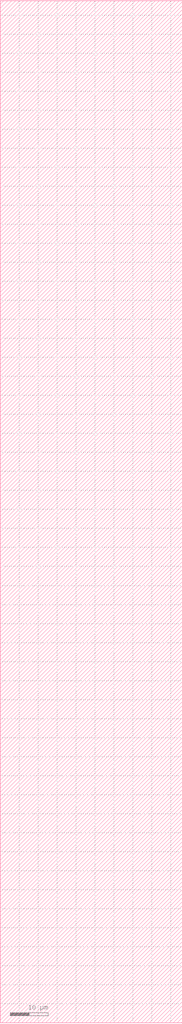
<source format=lef>
# 
# ******************************************************************************
# *                                                                            *
# *                   Copyright (C) 2004-2014, Nangate Inc.                    *
# *                           All rights reserved.                             *
# *                                                                            *
# * Nangate and the Nangate logo are trademarks of Nangate Inc.                *
# *                                                                            *
# * All trademarks, logos, software marks, and trade names (collectively the   *
# * "Marks") in this program are proprietary to Nangate or other respective    *
# * owners that have granted Nangate the right and license to use such Marks.  *
# * You are not permitted to use the Marks without the prior written consent   *
# * of Nangate or such third party that may own the Marks.                     *
# *                                                                            *
# * This file has been provided pursuant to a License Agreement containing     *
# * restrictions on its use. This file contains valuable trade secrets and     *
# * proprietary information of Nangate Inc., and is protected by U.S. and      *
# * international laws and/or treaties.                                        *
# *                                                                            *
# * The copyright notice(s) in this file does not indicate actual or intended  *
# * publication of this file.                                                  *
# *                                                                            *
# *       NGLibraryCreator, Development_version_64 - build 201405300513        *
# *                                                                            *
# ******************************************************************************
# 
# 
# Running on us19.nangate.us for user Lucio Rech (lre).
# Local time is now Tue, 3 Jun 2014, 13:07:07.
# Main process id is 12480.

VERSION 5.6 ;
BUSBITCHARS "[]" ;
DIVIDERCHAR "/" ;

MACRO AND2_X1
  CLASS core ;
  FOREIGN AND2_X1 0.0 0.0 ;
  ORIGIN 0 0 ;
  SYMMETRY X Y ;
  SITE NanGate_15nm_OCL ;
  SIZE 0.384 BY 0.768 ;
  PIN A1
    DIRECTION INPUT ;
    PORT
      LAYER M1 ;
        RECT 0.178 0.256 0.206 0.6959 ;
    END
  END A1
  PIN A2
    DIRECTION INPUT ;
    PORT
      LAYER M1 ;
        RECT 0.05 0.127 0.078 0.525 ;
    END
  END A2
  PIN Z
    DIRECTION OUTPUT ;
    PORT
      LAYER M1 ;
        RECT 0.306 0.114 0.334 0.64 ;
    END
  END Z
  
  
END AND2_X1

MACRO AND2_X2
  CLASS core ;
  FOREIGN AND2_X2 0.0 0.0 ;
  ORIGIN 0 0 ;
  SYMMETRY X Y ;
  SITE NanGate_15nm_OCL ;
  SIZE 0.448 BY 0.768 ;
  PIN A1
    DIRECTION INPUT ;
    PORT
      LAYER M1 ;
        RECT 0.178 0.256 0.206 0.512 ;
    END
  END A1
  PIN A2
    DIRECTION INPUT ;
    PORT
      LAYER M1 ;
        RECT 0.045 0.248 0.083 0.52 ;
    END
  END A2
  PIN Z
    DIRECTION OUTPUT ;
    PORT
      LAYER M1 ;
        RECT 0.302 0.064 0.306 0.13 ;
        RECT 0.302 0.638 0.306 0.704 ;
        RECT 0.306 0.064 0.334 0.13 ;
        RECT 0.306 0.13 0.334 0.638 ;
        RECT 0.306 0.638 0.334 0.704 ;
    END
  END Z
  
  
END AND2_X2

MACRO AND3_X1
  CLASS core ;
  FOREIGN AND3_X1 0.0 0.0 ;
  ORIGIN 0 0 ;
  SYMMETRY X Y ;
  SITE NanGate_15nm_OCL ;
  SIZE 0.512 BY 0.768 ;
  PIN A1
    DIRECTION INPUT ;
    PORT
      LAYER M1 ;
        RECT 0.306 0.192 0.334 0.576 ;
    END
  END A1
  PIN A2
    DIRECTION INPUT ;
    PORT
      LAYER M1 ;
        RECT 0.1729 0.192 0.211 0.576 ;
    END
  END A2
  PIN A3
    DIRECTION INPUT ;
    PORT
      LAYER M1 ;
        RECT 0.048 0.192 0.08 0.576 ;
    END
  END A3
  PIN Z
    DIRECTION OUTPUT ;
    PORT
      LAYER M1 ;
        RECT 0.434 0.114 0.462 0.654 ;
    END
  END Z
  
  
END AND3_X1

MACRO AND3_X2
  CLASS core ;
  FOREIGN AND3_X2 0.0 0.0 ;
  ORIGIN 0 0 ;
  SYMMETRY X Y ;
  SITE NanGate_15nm_OCL ;
  SIZE 0.512 BY 0.768 ;
  PIN A1
    DIRECTION INPUT ;
    PORT
      LAYER M1 ;
        RECT 0.178 0.32 0.206 0.513 ;
    END
  END A1
  PIN A2
    DIRECTION INPUT ;
    PORT
      LAYER M1 ;
        RECT 0.045 0.256 0.083 0.512 ;
    END
  END A2
  PIN A3
    DIRECTION INPUT ;
    PORT
      LAYER M1 ;
        RECT 0.242 0.302 0.27 0.537 ;
    END
  END A3
  PIN Z
    DIRECTION OUTPUT ;
    PORT
      LAYER M1 ;
        RECT 0.366 0.064 0.37 0.157 ;
        RECT 0.366 0.638 0.37 0.704 ;
        RECT 0.37 0.064 0.398 0.157 ;
        RECT 0.37 0.157 0.398 0.638 ;
        RECT 0.37 0.638 0.398 0.704 ;
    END
  END Z
  
  
END AND3_X2

MACRO AND4_X1
  CLASS core ;
  FOREIGN AND4_X1 0.0 0.0 ;
  ORIGIN 0 0 ;
  SYMMETRY X Y ;
  SITE NanGate_15nm_OCL ;
  SIZE 0.576 BY 0.768 ;
  PIN A1
    DIRECTION INPUT ;
    PORT
      LAYER M1 ;
        RECT 0.37 0.192 0.398 0.576 ;
    END
  END A1
  PIN A2
    DIRECTION INPUT ;
    PORT
      LAYER M1 ;
        RECT 0.24 0.192 0.272 0.576 ;
    END
  END A2
  PIN A3
    DIRECTION INPUT ;
    PORT
      LAYER M1 ;
        RECT 0.114 0.192 0.1419 0.512 ;
    END
  END A3
  PIN A4
    DIRECTION INPUT ;
    PORT
      LAYER M1 ;
        RECT 0.05 0.192 0.078 0.576 ;
    END
  END A4
  PIN Z
    DIRECTION OUTPUT ;
    PORT
      LAYER M1 ;
        RECT 0.498 0.114 0.526 0.654 ;
    END
  END Z
  
  
END AND4_X1

MACRO AND4_X2
  CLASS core ;
  FOREIGN AND4_X2 0.0 0.0 ;
  ORIGIN 0 0 ;
  SYMMETRY X Y ;
  SITE NanGate_15nm_OCL ;
  SIZE 0.64 BY 0.768 ;
  PIN A1
    DIRECTION INPUT ;
    PORT
      LAYER M1 ;
        RECT 0.37 0.241 0.398 0.576 ;
    END
  END A1
  PIN A2
    DIRECTION INPUT ;
    PORT
      LAYER M1 ;
        RECT 0.242 0.192 0.27 0.577 ;
    END
  END A2
  PIN A3
    DIRECTION INPUT ;
    PORT
      LAYER M1 ;
        RECT 0.114 0.192 0.1419 0.577 ;
    END
  END A3
  PIN A4
    DIRECTION INPUT ;
    PORT
      LAYER M1 ;
        RECT 0.05 0.192 0.078 0.577 ;
    END
  END A4
  PIN Z
    DIRECTION OUTPUT ;
    PORT
      LAYER M1 ;
        RECT 0.498 0.096 0.526 0.64 ;
    END
  END Z
  
  
END AND4_X2

MACRO ANTENNA
  CLASS core ;
  FOREIGN ANTENNA 0.0 0.0 ;
  ORIGIN 0 0 ;
  SYMMETRY X Y ;
  SITE NanGate_15nm_OCL ;
  SIZE 0.192 BY 0.768 ;
END ANTENNA

MACRO AOI21_X1
  CLASS core ;
  FOREIGN AOI21_X1 0.0 0.0 ;
  ORIGIN 0 0 ;
  SYMMETRY X Y ;
  SITE NanGate_15nm_OCL ;
  SIZE 0.384 BY 0.768 ;
  PIN A1
    DIRECTION INPUT ;
    PORT
      LAYER M1 ;
        RECT 0.178 0.192 0.206 0.512 ;
    END
  END A1
  PIN A2
    DIRECTION INPUT ;
    PORT
      LAYER M1 ;
        RECT 0.05 0.134 0.078 0.512 ;
    END
  END A2
  PIN B
    DIRECTION INPUT ;
    PORT
      LAYER M1 ;
        RECT 0.306 0.192 0.334 0.512 ;
    END
  END B
  PIN ZN
    DIRECTION OUTPUT ;
    PORT
      LAYER M1 ;
        RECT 0.114 0.1 0.1419 0.132 ;
        RECT 0.114 0.132 0.1419 0.536 ;
        RECT 0.1419 0.1 0.306 0.132 ;
    END
  END ZN
  
  
END AOI21_X1

MACRO AOI21_X2
  CLASS core ;
  FOREIGN AOI21_X2 0.0 0.0 ;
  ORIGIN 0 0 ;
  SYMMETRY X Y ;
  SITE NanGate_15nm_OCL ;
  SIZE 0.576 BY 0.768 ;
  PIN A1
    DIRECTION INPUT ;
    PORT
      LAYER M1 ;
        RECT 0.37 0.302 0.398 0.448 ;
    END
  END A1
  PIN A2
    DIRECTION INPUT ;
    PORT
      LAYER M1 ;
        RECT 0.242 0.23 0.27 0.258 ;
        RECT 0.242 0.258 0.27 0.448 ;
        RECT 0.242 0.448 0.27 0.512 ;
        RECT 0.27 0.23 0.493 0.258 ;
        RECT 0.493 0.23 0.531 0.258 ;
        RECT 0.493 0.258 0.531 0.448 ;
    END
  END A2
  PIN B
    DIRECTION INPUT ;
    PORT
      LAYER M1 ;
        RECT 0.114 0.256 0.1419 0.448 ;
    END
  END B
  PIN ZN
    DIRECTION OUTPUT ;
    PORT
      LAYER M1 ;
        RECT 0.077 0.166 0.178 0.194 ;
        RECT 0.178 0.166 0.206 0.194 ;
        RECT 0.178 0.194 0.206 0.489 ;
        RECT 0.178 0.489 0.206 0.5709 ;
        RECT 0.178 0.5709 0.206 0.599 ;
        RECT 0.206 0.166 0.43 0.194 ;
        RECT 0.206 0.5709 0.43 0.599 ;
        RECT 0.43 0.5709 0.434 0.599 ;
        RECT 0.434 0.489 0.462 0.5709 ;
        RECT 0.434 0.5709 0.462 0.599 ;
    END
  END ZN
  
  
END AOI21_X2

MACRO AOI22_X1
  CLASS core ;
  FOREIGN AOI22_X1 0.0 0.0 ;
  ORIGIN 0 0 ;
  SYMMETRY X Y ;
  SITE NanGate_15nm_OCL ;
  SIZE 0.448 BY 0.768 ;
  PIN A1
    DIRECTION INPUT ;
    PORT
      LAYER M1 ;
        RECT 0.242 0.192 0.27 0.512 ;
    END
  END A1
  PIN A2
    DIRECTION INPUT ;
    PORT
      LAYER M1 ;
        RECT 0.37 0.192 0.398 0.485 ;
    END
  END A2
  PIN B1
    DIRECTION INPUT ;
    PORT
      LAYER M1 ;
        RECT 0.114 0.198 0.1419 0.576 ;
    END
  END B1
  PIN B2
    DIRECTION INPUT ;
    PORT
      LAYER M1 ;
        RECT 0.05 0.192 0.078 0.576 ;
    END
  END B2
  PIN ZN
    DIRECTION OUTPUT ;
    PORT
      LAYER M1 ;
        RECT 0.1409 0.1019 0.306 0.13 ;
        RECT 0.306 0.1019 0.334 0.13 ;
        RECT 0.306 0.13 0.334 0.582 ;
    END
  END ZN
  
  
END AOI22_X1

MACRO AOI22_X2
  CLASS core ;
  FOREIGN AOI22_X2 0.0 0.0 ;
  ORIGIN 0 0 ;
  SYMMETRY X Y ;
  SITE NanGate_15nm_OCL ;
  SIZE 0.768 BY 0.768 ;
  PIN A1
    DIRECTION INPUT ;
    PORT
      LAYER M1 ;
        RECT 0.434 0.274 0.462 0.302 ;
        RECT 0.434 0.302 0.462 0.489 ;
        RECT 0.434 0.489 0.462 0.512 ;
        RECT 0.462 0.274 0.654 0.302 ;
        RECT 0.654 0.274 0.6899 0.302 ;
        RECT 0.6899 0.274 0.718 0.302 ;
        RECT 0.6899 0.302 0.718 0.489 ;
    END
  END A1
  PIN A2
    DIRECTION INPUT ;
    PORT
      LAYER M1 ;
        RECT 0.562 0.37 0.59 0.512 ;
    END
  END A2
  PIN B1
    DIRECTION INPUT ;
    PORT
      LAYER M1 ;
        RECT 0.306 0.306 0.334 0.526 ;
    END
  END B1
  PIN B2
    DIRECTION INPUT ;
    PORT
      LAYER M1 ;
        RECT 0.05 0.242 0.078 0.512 ;
    END
  END B2
  PIN ZN
    DIRECTION OUTPUT ;
    PORT
      LAYER M1 ;
        RECT 0.242 0.2 0.27 0.228 ;
        RECT 0.242 0.228 0.27 0.229 ;
        RECT 0.242 0.229 0.27 0.32 ;
        RECT 0.27 0.2 0.362 0.228 ;
        RECT 0.362 0.2 0.37 0.228 ;
        RECT 0.37 0.2 0.398 0.228 ;
        RECT 0.37 0.228 0.398 0.229 ;
        RECT 0.37 0.229 0.398 0.32 ;
        RECT 0.37 0.32 0.398 0.463 ;
        RECT 0.37 0.463 0.398 0.5679 ;
        RECT 0.37 0.5679 0.398 0.602 ;
        RECT 0.398 0.2 0.626 0.228 ;
        RECT 0.398 0.228 0.626 0.229 ;
        RECT 0.398 0.5679 0.626 0.602 ;
        RECT 0.626 0.2 0.654 0.228 ;
        RECT 0.626 0.228 0.654 0.229 ;
        RECT 0.626 0.463 0.654 0.5679 ;
        RECT 0.626 0.5679 0.654 0.602 ;
        RECT 0.654 0.2 0.6899 0.228 ;
        RECT 0.654 0.228 0.6899 0.229 ;
        RECT 0.6899 0.096 0.718 0.2 ;
        RECT 0.6899 0.2 0.718 0.228 ;
        RECT 0.6899 0.228 0.718 0.229 ;
    END
  END ZN
  
  
END AOI22_X2

MACRO BUF_X1
  CLASS core ;
  FOREIGN BUF_X1 0.0 0.0 ;
  ORIGIN 0 0 ;
  SYMMETRY X Y ;
  SITE NanGate_15nm_OCL ;
  SIZE 0.32 BY 0.768 ;
  PIN I
    DIRECTION INPUT ;
    PORT
      LAYER M1 ;
        RECT 0.05 0.192 0.078 0.576 ;
    END
  END I
  PIN Z
    DIRECTION OUTPUT ;
    PORT
      LAYER M1 ;
        RECT 0.24 0.114 0.272 0.704 ;
    END
  END Z
  
  
END BUF_X1

MACRO BUF_X2
  CLASS core ;
  FOREIGN BUF_X2 0.0 0.0 ;
  ORIGIN 0 0 ;
  SYMMETRY X Y ;
  SITE NanGate_15nm_OCL ;
  SIZE 0.32 BY 0.768 ;
  PIN I
    DIRECTION INPUT ;
    PORT
      LAYER M1 ;
        RECT 0.05 0.267 0.078 0.512 ;
    END
  END I
  PIN Z
    DIRECTION OUTPUT ;
    PORT
      LAYER M1 ;
        RECT 0.1739 0.603 0.177 0.704 ;
        RECT 0.177 0.072 0.178 0.132 ;
        RECT 0.177 0.603 0.178 0.704 ;
        RECT 0.178 0.072 0.206 0.132 ;
        RECT 0.178 0.132 0.206 0.603 ;
        RECT 0.178 0.603 0.206 0.704 ;
    END
  END Z
  
  
END BUF_X2

MACRO BUF_X4
  CLASS core ;
  FOREIGN BUF_X4 0.0 0.0 ;
  ORIGIN 0 0 ;
  SYMMETRY X Y ;
  SITE NanGate_15nm_OCL ;
  SIZE 0.512 BY 0.768 ;
  PIN I
    DIRECTION INPUT ;
    PORT
      LAYER M1 ;
        RECT 0.178 0.242 0.206 0.526 ;
    END
  END I
  PIN Z
    DIRECTION OUTPUT ;
    PORT
      LAYER M1 ;
        RECT 0.145 0.1019 0.21 0.13 ;
        RECT 0.21 0.1019 0.27 0.13 ;
        RECT 0.21 0.638 0.27 0.666 ;
        RECT 0.27 0.1019 0.368 0.13 ;
        RECT 0.27 0.638 0.368 0.666 ;
        RECT 0.368 0.1019 0.4 0.13 ;
        RECT 0.368 0.13 0.4 0.638 ;
        RECT 0.368 0.638 0.4 0.666 ;
    END
  END Z
  
  
END BUF_X4

MACRO BUF_X8
  CLASS core ;
  FOREIGN BUF_X8 0.0 0.0 ;
  ORIGIN 0 0 ;
  SYMMETRY X Y ;
  SITE NanGate_15nm_OCL ;
  SIZE 0.896 BY 0.768 ;
  PIN I
    DIRECTION INPUT ;
    PORT
      LAYER M1 ;
        RECT 0.05 0.256 0.078 0.366 ;
        RECT 0.05 0.366 0.078 0.398 ;
        RECT 0.05 0.398 0.078 0.512 ;
        RECT 0.078 0.366 0.298 0.398 ;
    END
  END I
  PIN Z
    DIRECTION OUTPUT ;
    PORT
      LAYER M1 ;
        RECT 0.338 0.1019 0.7 0.13 ;
        RECT 0.338 0.638 0.7 0.666 ;
        RECT 0.7 0.1019 0.754 0.13 ;
        RECT 0.7 0.638 0.754 0.666 ;
        RECT 0.754 0.1019 0.782 0.13 ;
        RECT 0.754 0.13 0.782 0.638 ;
        RECT 0.754 0.638 0.782 0.666 ;
    END
  END Z
  
  
END BUF_X8

MACRO BUF_X12
  CLASS core ;
  FOREIGN BUF_X12 0.0 0.0 ;
  ORIGIN 0 0 ;
  SYMMETRY X Y ;
  SITE NanGate_15nm_OCL ;
  SIZE 1.28 BY 0.768 ;
  PIN I
    DIRECTION INPUT ;
    PORT
      LAYER M1 ;
        RECT 0.048 0.236 0.08 0.366 ;
        RECT 0.048 0.366 0.08 0.398 ;
        RECT 0.048 0.398 0.08 0.515 ;
        RECT 0.08 0.366 0.426 0.398 ;
    END
  END I
  PIN Z
    DIRECTION OUTPUT ;
    PORT
      LAYER M1 ;
        RECT 0.466 0.1019 1.07 0.13 ;
        RECT 0.466 0.638 1.07 0.666 ;
        RECT 1.07 0.1019 1.1359 0.13 ;
        RECT 1.07 0.638 1.1359 0.666 ;
        RECT 1.1359 0.1019 1.168 0.13 ;
        RECT 1.1359 0.13 1.168 0.638 ;
        RECT 1.1359 0.638 1.168 0.666 ;
    END
  END Z
  
  
END BUF_X12

MACRO BUF_X16
  CLASS core ;
  FOREIGN BUF_X16 0.0 0.0 ;
  ORIGIN 0 0 ;
  SYMMETRY X Y ;
  SITE NanGate_15nm_OCL ;
  SIZE 1.664 BY 0.768 ;
  PIN I
    DIRECTION INPUT ;
    PORT
      LAYER M1 ;
        RECT 0.05 0.232 0.078 0.355 ;
        RECT 0.05 0.355 0.078 0.413 ;
        RECT 0.05 0.413 0.078 0.512 ;
        RECT 0.078 0.355 0.554 0.413 ;
    END
  END I
  PIN Z
    DIRECTION OUTPUT ;
    PORT
      LAYER M1 ;
        RECT 0.594 0.1019 1.454 0.13 ;
        RECT 0.594 0.632 1.454 0.66 ;
        RECT 1.454 0.1019 1.52 0.13 ;
        RECT 1.454 0.632 1.52 0.66 ;
        RECT 1.52 0.1019 1.552 0.13 ;
        RECT 1.52 0.13 1.552 0.632 ;
        RECT 1.52 0.632 1.552 0.66 ;
    END
  END Z
  
  
END BUF_X16

MACRO CLKBUF_X1
  CLASS core ;
  FOREIGN CLKBUF_X1 0.0 0.0 ;
  ORIGIN 0 0 ;
  SYMMETRY X Y ;
  SITE NanGate_15nm_OCL ;
  SIZE 0.32 BY 0.768 ;
  PIN I
    DIRECTION INPUT ;
    PORT
      LAYER M1 ;
        RECT 0.05 0.192 0.078 0.576 ;
    END
  END I
  PIN Z
    DIRECTION OUTPUT ;
    PORT
      LAYER M1 ;
        RECT 0.24 0.114 0.272 0.704 ;
    END
  END Z
  
  
END CLKBUF_X1

MACRO CLKBUF_X2
  CLASS core ;
  FOREIGN CLKBUF_X2 0.0 0.0 ;
  ORIGIN 0 0 ;
  SYMMETRY X Y ;
  SITE NanGate_15nm_OCL ;
  SIZE 0.32 BY 0.768 ;
  PIN I
    DIRECTION INPUT ;
    PORT
      LAYER M1 ;
        RECT 0.05 0.296 0.078 0.512 ;
    END
  END I
  PIN Z
    DIRECTION OUTPUT ;
    PORT
      LAYER M1 ;
        RECT 0.1739 0.638 0.178 0.704 ;
        RECT 0.178 0.072 0.206 0.638 ;
        RECT 0.178 0.638 0.206 0.704 ;
    END
  END Z
  
  
END CLKBUF_X2

MACRO CLKBUF_X4
  CLASS core ;
  FOREIGN CLKBUF_X4 0.0 0.0 ;
  ORIGIN 0 0 ;
  SYMMETRY X Y ;
  SITE NanGate_15nm_OCL ;
  SIZE 0.512 BY 0.768 ;
  PIN I
    DIRECTION INPUT ;
    PORT
      LAYER M1 ;
        RECT 0.114 0.242 0.1419 0.526 ;
    END
  END I
  PIN Z
    DIRECTION OUTPUT ;
    PORT
      LAYER M1 ;
        RECT 0.145 0.1019 0.205 0.13 ;
        RECT 0.205 0.1019 0.206 0.13 ;
        RECT 0.205 0.638 0.206 0.666 ;
        RECT 0.206 0.1019 0.368 0.13 ;
        RECT 0.206 0.638 0.368 0.666 ;
        RECT 0.368 0.1019 0.4 0.13 ;
        RECT 0.368 0.13 0.4 0.638 ;
        RECT 0.368 0.638 0.4 0.666 ;
    END
  END Z
  
  
END CLKBUF_X4

MACRO CLKBUF_X8
  CLASS core ;
  FOREIGN CLKBUF_X8 0.0 0.0 ;
  ORIGIN 0 0 ;
  SYMMETRY X Y ;
  SITE NanGate_15nm_OCL ;
  SIZE 0.896 BY 0.768 ;
  PIN I
    DIRECTION INPUT ;
    PORT
      LAYER M1 ;
        RECT 0.05 0.256 0.078 0.328 ;
        RECT 0.05 0.328 0.078 0.356 ;
        RECT 0.05 0.356 0.078 0.512 ;
        RECT 0.078 0.256 0.079 0.328 ;
        RECT 0.078 0.328 0.079 0.356 ;
        RECT 0.079 0.328 0.318 0.356 ;
    END
  END I
  PIN Z
    DIRECTION OUTPUT ;
    PORT
      LAYER M1 ;
        RECT 0.338 0.1019 0.718 0.13 ;
        RECT 0.338 0.638 0.718 0.666 ;
        RECT 0.718 0.1019 0.754 0.13 ;
        RECT 0.718 0.638 0.754 0.666 ;
        RECT 0.754 0.1019 0.782 0.13 ;
        RECT 0.754 0.13 0.782 0.638 ;
        RECT 0.754 0.638 0.782 0.666 ;
    END
  END Z
  
  
END CLKBUF_X8

MACRO CLKBUF_X12
  CLASS core ;
  FOREIGN CLKBUF_X12 0.0 0.0 ;
  ORIGIN 0 0 ;
  SYMMETRY X Y ;
  SITE NanGate_15nm_OCL ;
  SIZE 1.28 BY 0.768 ;
  PIN I
    DIRECTION INPUT ;
    PORT
      LAYER M1 ;
        RECT 0.045 0.238 0.083 0.336 ;
        RECT 0.045 0.336 0.083 0.368 ;
        RECT 0.045 0.368 0.083 0.53 ;
        RECT 0.083 0.336 0.426 0.368 ;
    END
  END I
  PIN Z
    DIRECTION OUTPUT ;
    PORT
      LAYER M1 ;
        RECT 0.466 0.1019 0.998 0.13 ;
        RECT 0.466 0.638 0.998 0.666 ;
        RECT 0.998 0.1019 1.1359 0.13 ;
        RECT 0.998 0.638 1.1359 0.666 ;
        RECT 1.1359 0.1019 1.168 0.13 ;
        RECT 1.1359 0.13 1.168 0.638 ;
        RECT 1.1359 0.638 1.168 0.666 ;
    END
  END Z
  
  
END CLKBUF_X12

MACRO CLKBUF_X16
  CLASS core ;
  FOREIGN CLKBUF_X16 0.0 0.0 ;
  ORIGIN 0 0 ;
  SYMMETRY X Y ;
  SITE NanGate_15nm_OCL ;
  SIZE 1.664 BY 0.768 ;
  PIN I
    DIRECTION INPUT ;
    PORT
      LAYER M1 ;
        RECT 0.05 0.222 0.078 0.326 ;
        RECT 0.05 0.326 0.078 0.358 ;
        RECT 0.05 0.358 0.078 0.526 ;
        RECT 0.078 0.326 0.554 0.358 ;
    END
  END I
  PIN Z
    DIRECTION OUTPUT ;
    PORT
      LAYER M1 ;
        RECT 0.594 0.0869 1.454 0.145 ;
        RECT 0.594 0.623 1.454 0.681 ;
        RECT 1.454 0.0869 1.52 0.145 ;
        RECT 1.454 0.623 1.52 0.681 ;
        RECT 1.52 0.0869 1.552 0.145 ;
        RECT 1.52 0.145 1.552 0.623 ;
        RECT 1.52 0.623 1.552 0.681 ;
    END
  END Z
  
  
END CLKBUF_X16

MACRO CLKGATETST_X1
  CLASS core ;
  FOREIGN CLKGATETST_X1 0.0 0.0 ;
  ORIGIN 0 0 ;
  SYMMETRY X Y ;
  SITE NanGate_15nm_OCL ;
  SIZE 1.088 BY 0.768 ;
  PIN CLK
    DIRECTION INPUT ;
    USE clock ;
    PORT
      LAYER M1 ;
        RECT 0.6899 0.238 0.718 0.512 ;
    END
  END CLK
  PIN E
    DIRECTION INPUT ;
    PORT
      LAYER M1 ;
        RECT 0.114 0.256 0.1419 0.672 ;
    END
  END E
  PIN TE
    DIRECTION INPUT ;
    PORT
      LAYER M1 ;
        RECT 0.05 0.32 0.078 0.672 ;
    END
  END TE
  PIN Q
    DIRECTION OUTPUT ;
    PORT
      LAYER M1 ;
        RECT 1.01 0.096 1.038 0.654 ;
    END
  END Q
  
  
END CLKGATETST_X1

MACRO DFFRNQ_X1
  CLASS core ;
  FOREIGN DFFRNQ_X1 0.0 0.0 ;
  ORIGIN 0 0 ;
  SYMMETRY X Y ;
  SITE NanGate_15nm_OCL ;
  SIZE 1.664 BY 0.768 ;
  PIN D
    DIRECTION INPUT ;
    PORT
      LAYER M1 ;
        RECT 0.242 0.242 0.27 0.526 ;
    END
  END D
  PIN RN
    DIRECTION INPUT ;
    PORT
      LAYER MINT1 ;
        RECT 0.704 0.274 1.1339 0.302 ;
        RECT 1.1339 0.274 1.326 0.302 ;
    END
  END RN
  PIN CLK
    DIRECTION INPUT ;
    USE clock ;
    PORT
      LAYER M1 ;
        RECT 0.05 0.256 0.078 0.512 ;
    END
  END CLK
  PIN Q
    DIRECTION OUTPUT ;
    PORT
      LAYER M1 ;
        RECT 1.584 0.064 1.616 0.704 ;
    END
  END Q
  
  
END DFFRNQ_X1

MACRO DFFSNQ_X1
  CLASS core ;
  FOREIGN DFFSNQ_X1 0.0 0.0 ;
  ORIGIN 0 0 ;
  SYMMETRY X Y ;
  SITE NanGate_15nm_OCL ;
  SIZE 1.664 BY 0.768 ;
  PIN D
    DIRECTION INPUT ;
    PORT
      LAYER M1 ;
        RECT 0.242 0.242 0.27 0.526 ;
    END
  END D
  PIN SN
    DIRECTION INPUT ;
    PORT
      LAYER MINT1 ;
        RECT 0.722 0.274 1.1339 0.302 ;
        RECT 1.1339 0.274 1.326 0.302 ;
    END
  END SN
  PIN CLK
    DIRECTION INPUT ;
    USE clock ;
    PORT
      LAYER M1 ;
        RECT 0.05 0.256 0.078 0.512 ;
    END
  END CLK
  PIN Q
    DIRECTION OUTPUT ;
    PORT
      LAYER M1 ;
        RECT 1.584 0.064 1.616 0.704 ;
    END
  END Q
  
  
END DFFSNQ_X1

MACRO FA_X1
  CLASS core ;
  FOREIGN FA_X1 0.0 0.0 ;
  ORIGIN 0 0 ;
  SYMMETRY X Y ;
  SITE NanGate_15nm_OCL ;
  SIZE 1.536 BY 0.768 ;
  PIN A
    DIRECTION INPUT ;
    PORT
      LAYER M1 ;
        RECT 0.656 0.402 0.684 0.526 ;
        RECT 1.038 0.274 1.074 0.526 ;
    END
  END A
  PIN B
    DIRECTION INPUT ;
    PORT
      LAYER MINT1 ;
        RECT 0.274 0.274 0.789 0.302 ;
    END
  END B
  PIN CI
    DIRECTION INPUT ;
    PORT
      LAYER M1 ;
        RECT 0.178 0.194 0.206 0.59 ;
        RECT 0.58 0.194 0.608 0.366 ;
        RECT 1.202 0.178 1.23 0.366 ;
    END
  END CI
  PIN CO
    DIRECTION OUTPUT ;
    PORT
      LAYER M1 ;
        RECT 1.458 0.114 1.486 0.654 ;
    END
  END CO
  PIN S
    DIRECTION OUTPUT ;
    PORT
      LAYER M1 ;
        RECT 0.8179 0.207 0.846 0.64 ;
    END
  END S
  
  
END FA_X1

MACRO FILLTIE
  CLASS core ;
  FOREIGN FILLTIE 0.0 0.0 ;
  ORIGIN 0 0 ;
  SYMMETRY X Y ;
  SITE NanGate_15nm_OCL ;
  SIZE 0.578 BY 0.768 ;
  
END FILLTIE

MACRO FILL_X1
  CLASS core ;
  FOREIGN FILL_X1 0.0 0.0 ;
  ORIGIN 0 0 ;
  SYMMETRY X Y ;
  SITE NanGate_15nm_OCL ;
  SIZE 0.128 BY 0.768 ;
  
END FILL_X1

MACRO FILL_X2
  CLASS core ;
  FOREIGN FILL_X2 0.0 0.0 ;
  ORIGIN 0 0 ;
  SYMMETRY X Y ;
  SITE NanGate_15nm_OCL ;
  SIZE 0.192 BY 0.768 ;
  
END FILL_X2

MACRO FILL_X4
  CLASS core ;
  FOREIGN FILL_X4 0.0 0.0 ;
  ORIGIN 0 0 ;
  SYMMETRY X Y ;
  SITE NanGate_15nm_OCL ;
  SIZE 0.32 BY 0.768 ;
  
END FILL_X4

MACRO FILL_X8
  CLASS core ;
  FOREIGN FILL_X8 0.0 0.0 ;
  ORIGIN 0 0 ;
  SYMMETRY X Y ;
  SITE NanGate_15nm_OCL ;
  SIZE 0.576 BY 0.768 ;
  
END FILL_X8

MACRO FILL_X16
  CLASS core ;
  FOREIGN FILL_X16 0.0 0.0 ;
  ORIGIN 0 0 ;
  SYMMETRY X Y ;
  SITE NanGate_15nm_OCL ;
  SIZE 1.088 BY 0.768 ;
  
END FILL_X16

MACRO HA_X1
  CLASS core ;
  FOREIGN HA_X1 0.0 0.0 ;
  ORIGIN 0 0 ;
  SYMMETRY X Y ;
  SITE NanGate_15nm_OCL ;
  SIZE 0.832 BY 0.768 ;
  PIN A
    DIRECTION INPUT ;
    PORT
      LAYER M1 ;
        RECT 0.242 0.274 0.27 0.556 ;
        RECT 0.242 0.556 0.27 0.584 ;
        RECT 0.27 0.556 0.434 0.584 ;
        RECT 0.434 0.274 0.462 0.556 ;
        RECT 0.434 0.556 0.462 0.584 ;
    END
  END A
  PIN B
    DIRECTION INPUT ;
    PORT
      LAYER M1 ;
        RECT 0.306 0.256 0.334 0.512 ;
    END
  END B
  PIN CO
    DIRECTION OUTPUT ;
    PORT
      LAYER M1 ;
        RECT 0.05 0.082 0.078 0.638 ;
    END
  END CO
  PIN S
    DIRECTION OUTPUT ;
    PORT
      LAYER M1 ;
        RECT 0.754 0.18 0.782 0.638 ;
    END
  END S
  
  
END HA_X1

MACRO INV_X1
  CLASS core ;
  FOREIGN INV_X1 0.0 0.0 ;
  ORIGIN 0 0 ;
  SYMMETRY X Y ;
  SITE NanGate_15nm_OCL ;
  SIZE 0.192 BY 0.768 ;
  PIN I
    DIRECTION INPUT ;
    PORT
      LAYER M1 ;
        RECT 0.05 0.192 0.078 0.576 ;
    END
  END I
  PIN ZN
    DIRECTION OUTPUT ;
    PORT
      LAYER M1 ;
        RECT 0.114 0.114 0.1419 0.64 ;
    END
  END ZN
  
END INV_X1

MACRO INV_X2
  CLASS core ;
  FOREIGN INV_X2 0.0 0.0 ;
  ORIGIN 0 0 ;
  SYMMETRY X Y ;
  SITE NanGate_15nm_OCL ;
  SIZE 0.256 BY 0.768 ;
  PIN I
    DIRECTION INPUT ;
    PORT
      LAYER M1 ;
        RECT 0.05 0.192 0.078 0.576 ;
    END
  END I
  PIN ZN
    DIRECTION OUTPUT ;
    PORT
      LAYER M1 ;
        RECT 0.114 0.13 0.1419 0.576 ;
    END
  END ZN
  
END INV_X2

MACRO INV_X4
  CLASS core ;
  FOREIGN INV_X4 0.0 0.0 ;
  ORIGIN 0 0 ;
  SYMMETRY X Y ;
  SITE NanGate_15nm_OCL ;
  SIZE 0.384 BY 0.768 ;
  PIN I
    DIRECTION INPUT ;
    PORT
      LAYER M1 ;
        RECT 0.048 0.256 0.08 0.368 ;
        RECT 0.048 0.368 0.08 0.396 ;
        RECT 0.048 0.396 0.08 0.512 ;
        RECT 0.08 0.368 0.238 0.396 ;
    END
  END I
  PIN ZN
    DIRECTION OUTPUT ;
    PORT
      LAYER M1 ;
        RECT 0.041 0.1419 0.059 0.2 ;
        RECT 0.059 0.1419 0.306 0.2 ;
        RECT 0.059 0.5679 0.306 0.626 ;
        RECT 0.306 0.1419 0.334 0.2 ;
        RECT 0.306 0.2 0.334 0.5679 ;
        RECT 0.306 0.5679 0.334 0.626 ;
    END
  END ZN
  
END INV_X4

MACRO INV_X8
  CLASS core ;
  FOREIGN INV_X8 0.0 0.0 ;
  ORIGIN 0 0 ;
  SYMMETRY X Y ;
  SITE NanGate_15nm_OCL ;
  SIZE 0.64 BY 0.768 ;
  PIN I
    DIRECTION INPUT ;
    PORT
      LAYER M1 ;
        RECT 0.114 0.194 0.1419 0.396 ;
        RECT 0.114 0.396 0.1419 0.455 ;
        RECT 0.114 0.455 0.1419 0.576 ;
        RECT 0.1419 0.396 0.462 0.455 ;
    END
  END I
  PIN ZN
    DIRECTION OUTPUT ;
    PORT
      LAYER M1 ;
        RECT 0.041 0.631 0.054 0.659 ;
        RECT 0.054 0.11 0.557 0.138 ;
        RECT 0.054 0.631 0.557 0.659 ;
        RECT 0.557 0.11 0.595 0.138 ;
        RECT 0.557 0.138 0.595 0.631 ;
        RECT 0.557 0.631 0.595 0.659 ;
    END
  END ZN
  
END INV_X8

MACRO INV_X12
  CLASS core ;
  FOREIGN INV_X12 0.0 0.0 ;
  ORIGIN 0 0 ;
  SYMMETRY X Y ;
  SITE NanGate_15nm_OCL ;
  SIZE 0.896 BY 0.768 ;
  PIN I
    DIRECTION INPUT ;
    PORT
      LAYER M1 ;
        RECT 0.114 0.192 0.1419 0.368 ;
        RECT 0.114 0.368 0.1419 0.396 ;
        RECT 0.114 0.396 0.1419 0.576 ;
        RECT 0.1419 0.368 0.686 0.396 ;
    END
  END I
  PIN ZN
    DIRECTION OUTPUT ;
    PORT
      LAYER M1 ;
        RECT 0.054 0.1019 0.8129 0.13 ;
        RECT 0.054 0.636 0.8129 0.668 ;
        RECT 0.8129 0.1019 0.851 0.13 ;
        RECT 0.8129 0.13 0.851 0.636 ;
        RECT 0.8129 0.636 0.851 0.668 ;
    END
  END ZN
  
END INV_X12

MACRO INV_X16
  CLASS core ;
  FOREIGN INV_X16 0.0 0.0 ;
  ORIGIN 0 0 ;
  SYMMETRY X Y ;
  SITE NanGate_15nm_OCL ;
  SIZE 1.152 BY 0.768 ;
  PIN I
    DIRECTION INPUT ;
    PORT
      LAYER M1 ;
        RECT 0.05 0.256 0.078 0.37 ;
        RECT 0.05 0.37 0.078 0.398 ;
        RECT 0.05 0.398 0.078 0.5629 ;
        RECT 0.078 0.37 0.942 0.398 ;
    END
  END I
  PIN ZN 
	DIRECTION OUTPUT ; 
	PORT 
		LAYER M1 ; 
		RECT 0.054 0.1 1.07 0.132 ; 
		RECT 1.038 0.132 1.07 0.681 ; 
		RECT 0.054 0.622 1.038 0.681 ; 
	END 
  END ZN 
  
  
END INV_X16

MACRO LHQ_X1
  CLASS core ;
  FOREIGN LHQ_X1 0.0 0.0 ;
  ORIGIN 0 0 ;
  SYMMETRY X Y ;
  SITE NanGate_15nm_OCL ;
  SIZE 0.896 BY 0.768 ;
  PIN D
    DIRECTION INPUT ;
    PORT
      LAYER M1 ;
        RECT 0.242 0.16 0.27 0.512 ;
    END
  END D
  PIN E
    DIRECTION INPUT ;
    USE clock ;
    PORT
      LAYER M1 ;
        RECT 0.05 0.256 0.078 0.512 ;
    END
  END E
  PIN Q
    DIRECTION OUTPUT ;
    PORT
      LAYER M1 ;
        RECT 0.8179 0.13 0.846 0.638 ;
    END
  END Q
  
  
END LHQ_X1

MACRO MUX2_X1
  CLASS core ;
  FOREIGN MUX2_X1 0.0 0.0 ;
  ORIGIN 0 0 ;
  SYMMETRY X Y ;
  SITE NanGate_15nm_OCL ;
  SIZE 0.832 BY 0.768 ;
  PIN I0
    DIRECTION INPUT ;
    PORT
      LAYER M1 ;
        RECT 0.562 0.242 0.59 0.526 ;
    END
  END I0
  PIN I1
    DIRECTION INPUT ;
    PORT
      LAYER M1 ;
        RECT 0.114 0.256 0.1419 0.448 ;
    END
  END I1
  PIN S
    DIRECTION INPUT ;
    PORT
      LAYER M1 ;
        RECT 0.027 0.242 0.055 0.658 ;
        RECT 0.027 0.658 0.055 0.686 ;
        RECT 0.055 0.658 0.222 0.686 ;
    END
  END S
  PIN Z
    DIRECTION OUTPUT ;
    PORT
      LAYER M1 ;
        RECT 0.6899 0.192 0.718 0.638 ;
    END
  END Z
  
  
END MUX2_X1

MACRO NAND2_X1
  CLASS core ;
  FOREIGN NAND2_X1 0.0 0.0 ;
  ORIGIN 0 0 ;
  SYMMETRY X Y ;
  SITE NanGate_15nm_OCL ;
  SIZE 0.256 BY 0.768 ;
  PIN A1
    DIRECTION INPUT ;
    PORT
      LAYER M1 ;
        RECT 0.178 0.256 0.206 0.574 ;
    END
  END A1
  PIN A2
    DIRECTION INPUT ;
    PORT
      LAYER M1 ;
        RECT 0.05 0.256 0.078 0.574 ;
    END
  END A2
  PIN ZN
    DIRECTION OUTPUT ;
    PORT
      LAYER M1 ;
        RECT 0.114 0.133 0.1419 0.192 ;
        RECT 0.114 0.192 0.1419 0.638 ;
        RECT 0.1419 0.133 0.176 0.192 ;
        RECT 0.176 0.064 0.208 0.133 ;
        RECT 0.176 0.133 0.208 0.192 ;
    END
  END ZN
  
END NAND2_X1

MACRO NAND2_X2
  CLASS core ;
  FOREIGN NAND2_X2 0.0 0.0 ;
  ORIGIN 0 0 ;
  SYMMETRY X Y ;
  SITE NanGate_15nm_OCL ;
  SIZE 0.384 BY 0.768 ;
  PIN A1
    DIRECTION INPUT ;
    PORT
      LAYER M1 ;
        RECT 0.178 0.225 0.206 0.553 ;
    END
  END A1
  PIN A2
    DIRECTION INPUT ;
    PORT
      LAYER M1 ;
        RECT 0.05 0.274 0.078 0.676 ;
        RECT 0.05 0.676 0.078 0.704 ;
        RECT 0.078 0.676 0.306 0.704 ;
        RECT 0.306 0.274 0.334 0.676 ;
        RECT 0.306 0.676 0.334 0.704 ;
    END
  END A2
  PIN ZN
    DIRECTION OUTPUT ;
    PORT
      LAYER M1 ;
        RECT 0.114 0.123 0.1419 0.181 ;
        RECT 0.114 0.181 0.1419 0.424 ;
        RECT 0.114 0.424 0.1419 0.597 ;
        RECT 0.114 0.597 0.1419 0.64 ;
        RECT 0.1419 0.123 0.242 0.181 ;
        RECT 0.1419 0.597 0.242 0.64 ;
        RECT 0.242 0.123 0.27 0.181 ;
        RECT 0.242 0.424 0.27 0.597 ;
        RECT 0.242 0.597 0.27 0.64 ;
    END
  END ZN
  
END NAND2_X2

MACRO NAND3_X1
  CLASS core ;
  FOREIGN NAND3_X1 0.0 0.0 ;
  ORIGIN 0 0 ;
  SYMMETRY X Y ;
  SITE NanGate_15nm_OCL ;
  SIZE 0.384 BY 0.768 ;
  PIN A1
    DIRECTION INPUT ;
    PORT
      LAYER M1 ;
        RECT 0.242 0.32 0.27 0.448 ;
    END
  END A1
  PIN A2
    DIRECTION INPUT ;
    PORT
      LAYER M1 ;
        RECT 0.178 0.255 0.206 0.512 ;
    END
  END A2
  PIN A3
    DIRECTION INPUT ;
    PORT
      LAYER M1 ;
        RECT 0.05 0.215 0.078 0.574 ;
    END
  END A3
  PIN ZN
    DIRECTION OUTPUT ;
    PORT
      LAYER M1 ;
        RECT 0.114 0.082 0.1419 0.11 ;
        RECT 0.114 0.11 0.1419 0.256 ;
        RECT 0.114 0.256 0.1419 0.512 ;
        RECT 0.114 0.512 0.1419 0.676 ;
        RECT 0.114 0.676 0.1419 0.704 ;
        RECT 0.1419 0.082 0.242 0.11 ;
        RECT 0.1419 0.676 0.242 0.704 ;
        RECT 0.242 0.064 0.304 0.082 ;
        RECT 0.242 0.082 0.304 0.11 ;
        RECT 0.242 0.676 0.304 0.704 ;
        RECT 0.304 0.064 0.306 0.082 ;
        RECT 0.304 0.082 0.306 0.11 ;
        RECT 0.304 0.11 0.306 0.256 ;
        RECT 0.304 0.676 0.306 0.704 ;
        RECT 0.306 0.064 0.334 0.082 ;
        RECT 0.306 0.082 0.334 0.11 ;
        RECT 0.306 0.11 0.334 0.256 ;
        RECT 0.306 0.512 0.334 0.676 ;
        RECT 0.306 0.676 0.334 0.704 ;
        RECT 0.334 0.064 0.336 0.082 ;
        RECT 0.334 0.082 0.336 0.11 ;
        RECT 0.334 0.11 0.336 0.256 ;
    END
  END ZN
  
END NAND3_X1

MACRO NAND3_X2
  CLASS core ;
  FOREIGN NAND3_X2 0.0 0.0 ;
  ORIGIN 0 0 ;
  SYMMETRY X Y ;
  SITE NanGate_15nm_OCL ;
  SIZE 0.576 BY 0.768 ;
  PIN A1
    DIRECTION INPUT ;
    PORT
      LAYER M1 ;
        RECT 0.498 0.32 0.526 0.512 ;
    END
  END A1
  PIN A2
    DIRECTION INPUT ;
    PORT
      LAYER M1 ;
        RECT 0.301 0.249 0.339 0.512 ;
    END
  END A2
  PIN A3
    DIRECTION INPUT ;
    PORT
      LAYER M1 ;
        RECT 0.114 0.256 0.1419 0.512 ;
    END
  END A3
  PIN ZN
    DIRECTION OUTPUT ;
    PORT
      LAYER M1 ;
        RECT 0.027 0.5679 0.366 0.626 ;
        RECT 0.366 0.5679 0.434 0.626 ;
        RECT 0.434 0.186 0.462 0.5679 ;
        RECT 0.434 0.5679 0.462 0.626 ;
        RECT 0.462 0.5679 0.494 0.626 ;
    END
  END ZN
  
  
END NAND3_X2

MACRO NAND4_X1
  CLASS core ;
  FOREIGN NAND4_X1 0.0 0.0 ;
  ORIGIN 0 0 ;
  SYMMETRY X Y ;
  SITE NanGate_15nm_OCL ;
  SIZE 0.448 BY 0.768 ;
  PIN A1
    DIRECTION INPUT ;
    PORT
      LAYER M1 ;
        RECT 0.37 0.256 0.398 0.574 ;
    END
  END A1
  PIN A2
    DIRECTION INPUT ;
    PORT
      LAYER M1 ;
        RECT 0.242 0.242 0.27 0.512 ;
    END
  END A2
  PIN A3
    DIRECTION INPUT ;
    PORT
      LAYER M1 ;
        RECT 0.178 0.194 0.206 0.448 ;
    END
  END A3
  PIN A4
    DIRECTION INPUT ;
    PORT
      LAYER M1 ;
        RECT 0.05 0.194 0.078 0.574 ;
    END
  END A4
  PIN ZN
    DIRECTION OUTPUT ;
    PORT
      LAYER M1 ;
        RECT 0.114 0.512 0.1419 0.645 ;
        RECT 0.114 0.645 0.1419 0.704 ;
        RECT 0.1419 0.645 0.306 0.704 ;
        RECT 0.306 0.164 0.334 0.192 ;
        RECT 0.306 0.192 0.334 0.512 ;
        RECT 0.306 0.512 0.334 0.645 ;
        RECT 0.306 0.645 0.334 0.704 ;
        RECT 0.334 0.164 0.365 0.192 ;
        RECT 0.365 0.064 0.403 0.164 ;
        RECT 0.365 0.164 0.403 0.192 ;
    END
  END ZN
  
END NAND4_X1

MACRO NAND4_X2
  CLASS core ;
  FOREIGN NAND4_X2 0.0 0.0 ;
  ORIGIN 0 0 ;
  SYMMETRY X Y ;
  SITE NanGate_15nm_OCL ;
  SIZE 0.704 BY 0.768 ;
  PIN A1
    DIRECTION INPUT ;
    PORT
      LAYER M1 ;
        RECT 0.558 0.358 0.594 0.512 ;
    END
  END A1
  PIN A2
    DIRECTION INPUT ;
    PORT
      LAYER M1 ;
        RECT 0.37 0.34 0.398 0.526 ;
    END
  END A2
  PIN A3
    DIRECTION INPUT ;
    PORT
      LAYER M1 ;
        RECT 0.178 0.242 0.206 0.512 ;
    END
  END A3
  PIN A4
    DIRECTION INPUT ;
    PORT
      LAYER M1 ;
        RECT 0.05 0.257 0.078 0.512 ;
    END
  END A4
  PIN ZN
    DIRECTION OUTPUT ;
    PORT
      LAYER M1 ;
        RECT 0.112 0.555 0.144 0.576 ;
        RECT 0.112 0.576 0.144 0.638 ;
        RECT 0.112 0.638 0.144 0.666 ;
        RECT 0.144 0.638 0.434 0.666 ;
        RECT 0.434 0.294 0.462 0.322 ;
        RECT 0.434 0.322 0.462 0.548 ;
        RECT 0.434 0.548 0.462 0.555 ;
        RECT 0.434 0.555 0.462 0.576 ;
        RECT 0.434 0.638 0.462 0.666 ;
        RECT 0.462 0.294 0.562 0.322 ;
        RECT 0.462 0.548 0.562 0.555 ;
        RECT 0.462 0.555 0.562 0.576 ;
        RECT 0.462 0.638 0.562 0.666 ;
        RECT 0.562 0.294 0.59 0.322 ;
        RECT 0.562 0.548 0.59 0.555 ;
        RECT 0.562 0.555 0.59 0.576 ;
        RECT 0.562 0.576 0.59 0.638 ;
        RECT 0.562 0.638 0.59 0.666 ;
        RECT 0.59 0.294 0.654 0.322 ;
    END
  END ZN
  
  
END NAND4_X2

MACRO NOR2_X1
  CLASS core ;
  FOREIGN NOR2_X1 0.0 0.0 ;
  ORIGIN 0 0 ;
  SYMMETRY X Y ;
  SITE NanGate_15nm_OCL ;
  SIZE 0.256 BY 0.768 ;
  PIN A1
    DIRECTION INPUT ;
    PORT
      LAYER M1 ;
        RECT 0.178 0.194 0.206 0.512 ;
    END
  END A1
  PIN A2
    DIRECTION INPUT ;
    PORT
      LAYER M1 ;
        RECT 0.05 0.194 0.078 0.512 ;
    END
  END A2
  PIN ZN
    DIRECTION OUTPUT ;
    PORT
      LAYER M1 ;
        RECT 0.114 0.13 0.1419 0.576 ;
        RECT 0.114 0.576 0.1419 0.635 ;
        RECT 0.1419 0.576 0.176 0.635 ;
        RECT 0.176 0.576 0.208 0.635 ;
        RECT 0.176 0.635 0.208 0.704 ;
    END
  END ZN
  
END NOR2_X1

MACRO NOR2_X2
  CLASS core ;
  FOREIGN NOR2_X2 0.0 0.0 ;
  ORIGIN 0 0 ;
  SYMMETRY X Y ;
  SITE NanGate_15nm_OCL ;
  SIZE 0.384 BY 0.768 ;
  PIN A1
    DIRECTION INPUT ;
    PORT
      LAYER M1 ;
        RECT 0.178 0.215 0.206 0.512 ;
    END
  END A1
  PIN A2
    DIRECTION INPUT ;
    PORT
      LAYER M1 ;
        RECT 0.05 0.064 0.078 0.092 ;
        RECT 0.05 0.092 0.078 0.494 ;
        RECT 0.078 0.064 0.306 0.092 ;
        RECT 0.306 0.064 0.334 0.092 ;
        RECT 0.306 0.092 0.334 0.494 ;
    END
  END A2
  PIN ZN
    DIRECTION OUTPUT ;
    PORT
      LAYER M1 ;
        RECT 0.114 0.128 0.1419 0.156 ;
        RECT 0.114 0.156 0.1419 0.3439 ;
        RECT 0.114 0.3439 0.1419 0.556 ;
        RECT 0.114 0.556 0.1419 0.584 ;
        RECT 0.1419 0.128 0.176 0.156 ;
        RECT 0.1419 0.556 0.176 0.584 ;
        RECT 0.176 0.128 0.208 0.156 ;
        RECT 0.176 0.556 0.208 0.584 ;
        RECT 0.176 0.584 0.208 0.64 ;
        RECT 0.208 0.128 0.242 0.156 ;
        RECT 0.242 0.128 0.27 0.156 ;
        RECT 0.242 0.156 0.27 0.3439 ;
    END
  END ZN
  
END NOR2_X2

MACRO NOR3_X1
  CLASS core ;
  FOREIGN NOR3_X1 0.0 0.0 ;
  ORIGIN 0 0 ;
  SYMMETRY X Y ;
  SITE NanGate_15nm_OCL ;
  SIZE 0.384 BY 0.768 ;
  PIN A1
    DIRECTION INPUT ;
    PORT
      LAYER M1 ;
        RECT 0.242 0.32 0.27 0.448 ;
    END
  END A1
  PIN A2
    DIRECTION INPUT ;
    PORT
      LAYER M1 ;
        RECT 0.178 0.194 0.206 0.553 ;
    END
  END A2
  PIN A3
    DIRECTION INPUT ;
    PORT
      LAYER M1 ;
        RECT 0.05 0.194 0.078 0.553 ;
    END
  END A3
  PIN ZN
    DIRECTION OUTPUT ;
    PORT
      LAYER M1 ;
        RECT 0.114 0.064 0.1419 0.092 ;
        RECT 0.114 0.092 0.1419 0.256 ;
        RECT 0.114 0.256 0.1419 0.512 ;
        RECT 0.114 0.512 0.1419 0.614 ;
        RECT 0.114 0.614 0.1419 0.642 ;
        RECT 0.1419 0.064 0.303 0.092 ;
        RECT 0.1419 0.614 0.303 0.642 ;
        RECT 0.303 0.064 0.304 0.092 ;
        RECT 0.303 0.092 0.304 0.256 ;
        RECT 0.303 0.614 0.304 0.642 ;
        RECT 0.304 0.064 0.336 0.092 ;
        RECT 0.304 0.092 0.336 0.256 ;
        RECT 0.304 0.512 0.336 0.614 ;
        RECT 0.304 0.614 0.336 0.642 ;
        RECT 0.304 0.642 0.336 0.704 ;
        RECT 0.336 0.064 0.337 0.092 ;
        RECT 0.336 0.092 0.337 0.256 ;
    END
  END ZN
  
END NOR3_X1

MACRO NOR3_X2
  CLASS core ;
  FOREIGN NOR3_X2 0.0 0.0 ;
  ORIGIN 0 0 ;
  SYMMETRY X Y ;
  SITE NanGate_15nm_OCL ;
  SIZE 0.576 BY 0.768 ;
  PIN A1
    DIRECTION INPUT ;
    PORT
      LAYER M1 ;
        RECT 0.498 0.256 0.526 0.448 ;
    END
  END A1
  PIN A2
    DIRECTION INPUT ;
    PORT
      LAYER M1 ;
        RECT 0.306 0.256 0.334 0.513 ;
    END
  END A2
  PIN A3
    DIRECTION INPUT ;
    PORT
      LAYER M1 ;
        RECT 0.05 0.256 0.078 0.519 ;
    END
  END A3
  PIN ZN
    DIRECTION OUTPUT ;
    PORT
      LAYER M1 ;
        RECT 0.0859 0.154 0.434 0.212 ;
        RECT 0.434 0.154 0.462 0.212 ;
        RECT 0.434 0.212 0.462 0.576 ;
        RECT 0.462 0.154 0.49 0.212 ;
    END
  END ZN
  
  
END NOR3_X2

MACRO NOR4_X1
  CLASS core ;
  FOREIGN NOR4_X1 0.0 0.0 ;
  ORIGIN 0 0 ;
  SYMMETRY X Y ;
  SITE NanGate_15nm_OCL ;
  SIZE 0.448 BY 0.768 ;
  PIN A1
    DIRECTION INPUT ;
    PORT
      LAYER M1 ;
        RECT 0.37 0.194 0.398 0.512 ;
    END
  END A1
  PIN A2
    DIRECTION INPUT ;
    PORT
      LAYER M1 ;
        RECT 0.242 0.194 0.27 0.512 ;
    END
  END A2
  PIN A3
    DIRECTION INPUT ;
    PORT
      LAYER M1 ;
        RECT 0.178 0.256 0.206 0.574 ;
    END
  END A3
  PIN A4
    DIRECTION INPUT ;
    PORT
      LAYER M1 ;
        RECT 0.05 0.194 0.078 0.574 ;
    END
  END A4
  PIN ZN
    DIRECTION OUTPUT ;
    PORT
      LAYER M1 ;
        RECT 0.114 0.064 0.1419 0.1019 ;
        RECT 0.114 0.1019 0.1419 0.215 ;
        RECT 0.1419 0.064 0.306 0.1019 ;
        RECT 0.306 0.064 0.334 0.1019 ;
        RECT 0.306 0.1019 0.334 0.215 ;
        RECT 0.306 0.215 0.334 0.576 ;
        RECT 0.306 0.576 0.334 0.604 ;
        RECT 0.334 0.576 0.365 0.604 ;
        RECT 0.365 0.576 0.403 0.604 ;
        RECT 0.365 0.604 0.403 0.704 ;
    END
  END ZN
  
END NOR4_X1

MACRO NOR4_X2
  CLASS core ;
  FOREIGN NOR4_X2 0.0 0.0 ;
  ORIGIN 0 0 ;
  SYMMETRY X Y ;
  SITE NanGate_15nm_OCL ;
  SIZE 0.704 BY 0.768 ;
  PIN A1
    DIRECTION INPUT ;
    PORT
      LAYER M1 ;
        RECT 0.558 0.256 0.594 0.406 ;
    END
  END A1
  PIN A2
    DIRECTION INPUT ;
    PORT
      LAYER M1 ;
        RECT 0.37 0.242 0.398 0.438 ;
    END
  END A2
  PIN A3
    DIRECTION INPUT ;
    PORT
      LAYER M1 ;
        RECT 0.242 0.242 0.27 0.526 ;
    END
  END A3
  PIN A4
    DIRECTION INPUT ;
    PORT
      LAYER M1 ;
        RECT 0.178 0.256 0.206 0.516 ;
    END
  END A4
  PIN ZN
    DIRECTION OUTPUT ;
    PORT
      LAYER M1 ;
        RECT 0.112 0.1019 0.144 0.13 ;
        RECT 0.112 0.13 0.144 0.192 ;
        RECT 0.112 0.192 0.144 0.213 ;
        RECT 0.144 0.1019 0.434 0.13 ;
        RECT 0.434 0.1019 0.462 0.13 ;
        RECT 0.434 0.192 0.462 0.213 ;
        RECT 0.434 0.213 0.462 0.22 ;
        RECT 0.434 0.22 0.462 0.442 ;
        RECT 0.434 0.442 0.462 0.47 ;
        RECT 0.462 0.1019 0.562 0.13 ;
        RECT 0.462 0.192 0.562 0.213 ;
        RECT 0.462 0.213 0.562 0.22 ;
        RECT 0.462 0.442 0.562 0.47 ;
        RECT 0.562 0.1019 0.59 0.13 ;
        RECT 0.562 0.13 0.59 0.192 ;
        RECT 0.562 0.192 0.59 0.213 ;
        RECT 0.562 0.213 0.59 0.22 ;
        RECT 0.562 0.442 0.59 0.47 ;
        RECT 0.59 0.442 0.663 0.47 ;
    END
  END ZN
  
  
END NOR4_X2

MACRO OAI21_X1
  CLASS core ;
  FOREIGN OAI21_X1 0.0 0.0 ;
  ORIGIN 0 0 ;
  SYMMETRY X Y ;
  SITE NanGate_15nm_OCL ;
  SIZE 0.384 BY 0.768 ;
  PIN A1
    DIRECTION INPUT ;
    PORT
      LAYER M1 ;
        RECT 0.178 0.256 0.206 0.576 ;
    END
  END A1
  PIN A2
    DIRECTION INPUT ;
    PORT
      LAYER M1 ;
        RECT 0.05 0.256 0.078 0.634 ;
    END
  END A2
  PIN B
    DIRECTION INPUT ;
    PORT
      LAYER M1 ;
        RECT 0.306 0.256 0.334 0.576 ;
    END
  END B
  PIN ZN
    DIRECTION OUTPUT ;
    PORT
      LAYER M1 ;
        RECT 0.114 0.256 0.1419 0.636 ;
        RECT 0.114 0.636 0.1419 0.668 ;
        RECT 0.1419 0.636 0.298 0.668 ;
    END
  END ZN
  
  
END OAI21_X1

MACRO OAI21_X2
  CLASS core ;
  FOREIGN OAI21_X2 0.0 0.0 ;
  ORIGIN 0 0 ;
  SYMMETRY X Y ;
  SITE NanGate_15nm_OCL ;
  SIZE 0.576 BY 0.768 ;
  PIN A1
    DIRECTION INPUT ;
    PORT
      LAYER M1 ;
        RECT 0.365 0.32 0.403 0.448 ;
    END
  END A1
  PIN A2
    DIRECTION INPUT ;
    PORT
      LAYER M1 ;
        RECT 0.242 0.242 0.27 0.2829 ;
        RECT 0.242 0.2829 0.27 0.502 ;
        RECT 0.242 0.502 0.27 0.53 ;
        RECT 0.27 0.502 0.498 0.53 ;
        RECT 0.498 0.2829 0.526 0.502 ;
        RECT 0.498 0.502 0.526 0.53 ;
    END
  END A2
  PIN B
    DIRECTION INPUT ;
    PORT
      LAYER M1 ;
        RECT 0.114 0.256 0.1419 0.525 ;
    END
  END B
  PIN ZN
    DIRECTION OUTPUT ;
    PORT
      LAYER M1 ;
        RECT 0.029 0.5699 0.178 0.602 ;
        RECT 0.178 0.166 0.206 0.194 ;
        RECT 0.178 0.194 0.206 0.278 ;
        RECT 0.178 0.278 0.206 0.5699 ;
        RECT 0.178 0.5699 0.206 0.602 ;
        RECT 0.206 0.166 0.426 0.194 ;
        RECT 0.206 0.5699 0.426 0.602 ;
        RECT 0.426 0.166 0.434 0.194 ;
        RECT 0.434 0.166 0.462 0.194 ;
        RECT 0.434 0.194 0.462 0.278 ;
    END
  END ZN
  
  
END OAI21_X2

MACRO OAI22_X1
  CLASS core ;
  FOREIGN OAI22_X1 0.0 0.0 ;
  ORIGIN 0 0 ;
  SYMMETRY X Y ;
  SITE NanGate_15nm_OCL ;
  SIZE 0.448 BY 0.768 ;
  PIN A1
    DIRECTION INPUT ;
    PORT
      LAYER M1 ;
        RECT 0.242 0.199 0.27 0.576 ;
    END
  END A1
  PIN A2
    DIRECTION INPUT ;
    PORT
      LAYER M1 ;
        RECT 0.37 0.279 0.398 0.576 ;
    END
  END A2
  PIN B1
    DIRECTION INPUT ;
    PORT
      LAYER M1 ;
        RECT 0.178 0.192 0.206 0.512 ;
    END
  END B1
  PIN B2
    DIRECTION INPUT ;
    PORT
      LAYER M1 ;
        RECT 0.048 0.192 0.08 0.576 ;
    END
  END B2
  PIN ZN
    DIRECTION OUTPUT ;
    PORT
      LAYER M1 ;
        RECT 0.1409 0.638 0.306 0.666 ;
        RECT 0.306 0.182 0.334 0.638 ;
        RECT 0.306 0.638 0.334 0.666 ;
    END
  END ZN
  
  
END OAI22_X1

MACRO OAI22_X2
  CLASS core ;
  FOREIGN OAI22_X2 0.0 0.0 ;
  ORIGIN 0 0 ;
  SYMMETRY X Y ;
  SITE NanGate_15nm_OCL ;
  SIZE 0.768 BY 0.768 ;
  PIN A1
    DIRECTION INPUT ;
    PORT
      LAYER M1 ;
        RECT 0.434 0.256 0.462 0.279 ;
        RECT 0.434 0.279 0.462 0.466 ;
        RECT 0.434 0.466 0.462 0.494 ;
        RECT 0.462 0.466 0.6899 0.494 ;
        RECT 0.6899 0.279 0.718 0.466 ;
        RECT 0.6899 0.466 0.718 0.494 ;
    END
  END A1
  PIN A2
    DIRECTION INPUT ;
    PORT
      LAYER M1 ;
        RECT 0.562 0.256 0.59 0.398 ;
    END
  END A2
  PIN B1
    DIRECTION INPUT ;
    PORT
      LAYER M1 ;
        RECT 0.306 0.242 0.334 0.486 ;
    END
  END B1
  PIN B2
    DIRECTION INPUT ;
    PORT
      LAYER M1 ;
        RECT 0.114 0.242 0.1419 0.512 ;
    END
  END B2
  PIN ZN
    DIRECTION OUTPUT ;
    PORT
      LAYER M1 ;
        RECT 0.242 0.386 0.27 0.53 ;
        RECT 0.242 0.53 0.27 0.558 ;
        RECT 0.27 0.53 0.37 0.558 ;
        RECT 0.37 0.169 0.398 0.197 ;
        RECT 0.37 0.197 0.398 0.278 ;
        RECT 0.37 0.278 0.398 0.386 ;
        RECT 0.37 0.386 0.398 0.53 ;
        RECT 0.37 0.53 0.398 0.558 ;
        RECT 0.398 0.169 0.626 0.197 ;
        RECT 0.398 0.53 0.626 0.558 ;
        RECT 0.626 0.169 0.654 0.197 ;
        RECT 0.626 0.197 0.654 0.278 ;
        RECT 0.626 0.53 0.654 0.558 ;
        RECT 0.654 0.53 0.6899 0.558 ;
        RECT 0.6899 0.53 0.718 0.558 ;
        RECT 0.6899 0.558 0.718 0.672 ;
    END
  END ZN
  
  
END OAI22_X2

MACRO OR2_X1
  CLASS core ;
  FOREIGN OR2_X1 0.0 0.0 ;
  ORIGIN 0 0 ;
  SYMMETRY X Y ;
  SITE NanGate_15nm_OCL ;
  SIZE 0.384 BY 0.768 ;
  PIN A1
    DIRECTION INPUT ;
    PORT
      LAYER M1 ;
        RECT 0.178 0.096 0.206 0.512 ;
    END
  END A1
  PIN A2
    DIRECTION INPUT ;
    PORT
      LAYER M1 ;
        RECT 0.05 0.243 0.078 0.641 ;
    END
  END A2
  PIN Z
    DIRECTION OUTPUT ;
    PORT
      LAYER M1 ;
        RECT 0.306 0.114 0.334 0.64 ;
    END
  END Z
  
  
END OR2_X1

MACRO OR2_X2
  CLASS core ;
  FOREIGN OR2_X2 0.0 0.0 ;
  ORIGIN 0 0 ;
  SYMMETRY X Y ;
  SITE NanGate_15nm_OCL ;
  SIZE 0.448 BY 0.768 ;
  PIN A1
    DIRECTION INPUT ;
    PORT
      LAYER M1 ;
        RECT 0.114 0.242 0.1419 0.512 ;
    END
  END A1
  PIN A2
    DIRECTION INPUT ;
    PORT
      LAYER M1 ;
        RECT 0.05 0.256 0.078 0.512 ;
    END
  END A2
  PIN Z
    DIRECTION OUTPUT ;
    PORT
      LAYER M1 ;
        RECT 0.302 0.064 0.306 0.135 ;
        RECT 0.302 0.638 0.306 0.704 ;
        RECT 0.306 0.064 0.334 0.135 ;
        RECT 0.306 0.135 0.334 0.638 ;
        RECT 0.306 0.638 0.334 0.704 ;
    END
  END Z
  
  
END OR2_X2

MACRO OR3_X1
  CLASS core ;
  FOREIGN OR3_X1 0.0 0.0 ;
  ORIGIN 0 0 ;
  SYMMETRY X Y ;
  SITE NanGate_15nm_OCL ;
  SIZE 0.512 BY 0.768 ;
  PIN A1
    DIRECTION INPUT ;
    PORT
      LAYER M1 ;
        RECT 0.306 0.192 0.334 0.576 ;
    END
  END A1
  PIN A2
    DIRECTION INPUT ;
    PORT
      LAYER M1 ;
        RECT 0.176 0.192 0.208 0.576 ;
    END
  END A2
  PIN A3
    DIRECTION INPUT ;
    PORT
      LAYER M1 ;
        RECT 0.045 0.192 0.083 0.576 ;
    END
  END A3
  PIN Z
    DIRECTION OUTPUT ;
    PORT
      LAYER M1 ;
        RECT 0.434 0.114 0.462 0.654 ;
    END
  END Z
  
  
END OR3_X1

MACRO OR3_X2
  CLASS core ;
  FOREIGN OR3_X2 0.0 0.0 ;
  ORIGIN 0 0 ;
  SYMMETRY X Y ;
  SITE NanGate_15nm_OCL ;
  SIZE 0.512 BY 0.768 ;
  PIN A1
    DIRECTION INPUT ;
    PORT
      LAYER M1 ;
        RECT 0.114 0.255 0.1419 0.448 ;
    END
  END A1
  PIN A2
    DIRECTION INPUT ;
    PORT
      LAYER M1 ;
        RECT 0.05 0.256 0.078 0.526 ;
    END
  END A2
  PIN A3
    DIRECTION INPUT ;
    PORT
      LAYER M1 ;
        RECT 0.242 0.231 0.27 0.448 ;
    END
  END A3
  PIN Z
    DIRECTION OUTPUT ;
    PORT
      LAYER M1 ;
        RECT 0.366 0.064 0.37 0.13 ;
        RECT 0.366 0.636 0.37 0.704 ;
        RECT 0.37 0.064 0.398 0.13 ;
        RECT 0.37 0.13 0.398 0.636 ;
        RECT 0.37 0.636 0.398 0.704 ;
    END
  END Z
  
  
END OR3_X2

MACRO OR4_X1
  CLASS core ;
  FOREIGN OR4_X1 0.0 0.0 ;
  ORIGIN 0 0 ;
  SYMMETRY X Y ;
  SITE NanGate_15nm_OCL ;
  SIZE 0.576 BY 0.768 ;
  PIN A1
    DIRECTION INPUT ;
    PORT
      LAYER M1 ;
        RECT 0.37 0.192 0.398 0.576 ;
    END
  END A1
  PIN A2
    DIRECTION INPUT ;
    PORT
      LAYER M1 ;
        RECT 0.24 0.192 0.272 0.576 ;
    END
  END A2
  PIN A3
    DIRECTION INPUT ;
    PORT
      LAYER M1 ;
        RECT 0.114 0.198 0.1419 0.576 ;
    END
  END A3
  PIN A4
    DIRECTION INPUT ;
    PORT
      LAYER M1 ;
        RECT 0.05 0.192 0.078 0.576 ;
    END
  END A4
  PIN Z
    DIRECTION OUTPUT ;
    PORT
      LAYER M1 ;
        RECT 0.498 0.114 0.526 0.64 ;
    END
  END Z
  
  
END OR4_X1

MACRO OR4_X2
  CLASS core ;
  FOREIGN OR4_X2 0.0 0.0 ;
  ORIGIN 0 0 ;
  SYMMETRY X Y ;
  SITE NanGate_15nm_OCL ;
  SIZE 0.64 BY 0.768 ;
  PIN A1
    DIRECTION INPUT ;
    PORT
      LAYER M1 ;
        RECT 0.306 0.192 0.334 0.53 ;
    END
  END A1
  PIN A2
    DIRECTION INPUT ;
    PORT
      LAYER M1 ;
        RECT 0.242 0.213 0.27 0.576 ;
    END
  END A2
  PIN A3
    DIRECTION INPUT ;
    PORT
      LAYER M1 ;
        RECT 0.114 0.213 0.1419 0.576 ;
    END
  END A3
  PIN A4
    DIRECTION INPUT ;
    PORT
      LAYER M1 ;
        RECT 0.05 0.191 0.078 0.576 ;
    END
  END A4
  PIN Z
    DIRECTION OUTPUT ;
    PORT
      LAYER M1 ;
        RECT 0.496 0.128 0.528 0.704 ;
    END
  END Z
  
  
END OR4_X2

MACRO SDFFRNQ_X1
  CLASS core ;
  FOREIGN SDFFRNQ_X1 0.0 0.0 ;
  ORIGIN 0 0 ;
  SYMMETRY X Y ;
  SITE NanGate_15nm_OCL ;
  SIZE 1.92 BY 0.768 ;
  PIN D
    DIRECTION INPUT ;
    PORT
      LAYER M1 ;
        RECT 0.498 0.363 0.515 0.528 ;
        RECT 0.515 0.363 0.526 0.528 ;
    END
  END D
  PIN RN
    DIRECTION INPUT ;
    PORT
      LAYER MINT1 ;
        RECT 0.965 0.338 1.454 0.366 ;
        RECT 1.454 0.338 1.592 0.366 ;
    END
  END RN
  PIN SE
    DIRECTION INPUT ;
    PORT
      LAYER M1 ;
        RECT 0.306 0.372 0.334 0.5719 ;
        RECT 0.306 0.5719 0.334 0.6 ;
        RECT 0.334 0.5719 0.515 0.6 ;
        RECT 0.515 0.5719 0.562 0.6 ;
        RECT 0.562 0.314 0.59 0.372 ;
        RECT 0.562 0.372 0.59 0.5719 ;
        RECT 0.562 0.5719 0.59 0.6 ;
    END
  END SE
  PIN SI
    DIRECTION INPUT ;
    PORT
      LAYER M1 ;
        RECT 0.37 0.363 0.398 0.512 ;
    END
  END SI
  PIN CLK
    DIRECTION INPUT ;
    USE clock ;
    PORT
      LAYER M1 ;
        RECT 0.05 0.276 0.078 0.534 ;
    END
  END CLK
  PIN Q
    DIRECTION OUTPUT ;
    PORT
      LAYER M1 ;
        RECT 1.84 0.064 1.872 0.704 ;
    END
  END Q
  
  
END SDFFRNQ_X1

MACRO SDFFSNQ_X1
  CLASS core ;
  FOREIGN SDFFSNQ_X1 0.0 0.0 ;
  ORIGIN 0 0 ;
  SYMMETRY X Y ;
  SITE NanGate_15nm_OCL ;
  SIZE 1.92 BY 0.768 ;
  PIN D
    DIRECTION INPUT ;
    PORT
      LAYER M1 ;
        RECT 0.498 0.384 0.51 0.528 ;
        RECT 0.51 0.384 0.526 0.528 ;
    END
  END D
  PIN SE
    DIRECTION INPUT ;
    PORT
      LAYER M1 ;
        RECT 0.306 0.372 0.334 0.5719 ;
        RECT 0.306 0.5719 0.334 0.6 ;
        RECT 0.334 0.5719 0.51 0.6 ;
        RECT 0.51 0.5719 0.562 0.6 ;
        RECT 0.562 0.314 0.59 0.372 ;
        RECT 0.562 0.372 0.59 0.5719 ;
        RECT 0.562 0.5719 0.59 0.6 ;
    END
  END SE
  PIN SI
    DIRECTION INPUT ;
    PORT
      LAYER M1 ;
        RECT 0.37 0.363 0.398 0.512 ;
    END
  END SI
  PIN SN
    DIRECTION INPUT ;
    PORT
      LAYER MINT1 ;
        RECT 0.958 0.338 1.454 0.366 ;
        RECT 1.454 0.338 1.586 0.366 ;
    END
  END SN
  PIN CLK
    DIRECTION INPUT ;
    USE clock ;
    PORT
      LAYER M1 ;
        RECT 0.05 0.272 0.078 0.512 ;
    END
  END CLK
  PIN Q
    DIRECTION OUTPUT ;
    PORT
      LAYER M1 ;
        RECT 1.84 0.064 1.872 0.704 ;
    END
  END Q
  
  
END SDFFSNQ_X1

MACRO TBUF_X1
  CLASS core ;
  FOREIGN TBUF_X1 0.0 0.0 ;
  ORIGIN 0 0 ;
  SYMMETRY X Y ;
  SITE NanGate_15nm_OCL ;
  SIZE 0.704 BY 0.768 ;
  PIN EN
    DIRECTION INPUT ;
    PORT
      LAYER M1 ;
        RECT 0.114 0.384 0.1419 0.492 ;
        RECT 0.114 0.492 0.1419 0.52 ;
        RECT 0.1419 0.492 0.206 0.52 ;
        RECT 0.206 0.492 0.242 0.52 ;
        RECT 0.242 0.306 0.27 0.384 ;
        RECT 0.242 0.384 0.27 0.492 ;
        RECT 0.242 0.492 0.27 0.52 ;
    END
  END EN
  PIN I
    DIRECTION INPUT ;
    PORT
      LAYER M1 ;
        RECT 0.434 0.37 0.462 0.576 ;
    END
  END I
  PIN Z
    DIRECTION OUTPUT ;
    PORT
      LAYER M1 ;
        RECT 0.624 0.064 0.656 0.704 ;
    END
  END Z
  
  
END TBUF_X1

MACRO TBUF_X2
  CLASS core ;
  FOREIGN TBUF_X2 0.0 0.0 ;
  ORIGIN 0 0 ;
  SYMMETRY X Y ;
  SITE NanGate_15nm_OCL ;
  SIZE 0.768 BY 0.768 ;
  PIN EN
    DIRECTION INPUT ;
    PORT
      LAYER M1 ;
        RECT 0.114 0.384 0.1419 0.504 ;
        RECT 0.114 0.504 0.1419 0.532 ;
        RECT 0.1419 0.504 0.206 0.532 ;
        RECT 0.206 0.504 0.242 0.532 ;
        RECT 0.242 0.306 0.27 0.384 ;
        RECT 0.242 0.384 0.27 0.504 ;
        RECT 0.242 0.504 0.27 0.532 ;
    END
  END EN
  PIN I
    DIRECTION INPUT ;
    PORT
      LAYER M1 ;
        RECT 0.434 0.382 0.462 0.576 ;
    END
  END I
  PIN Z
    DIRECTION OUTPUT ;
    PORT
      LAYER M1 ;
        RECT 0.624 0.07 0.656 0.6959 ;
    END
  END Z
  
  
END TBUF_X2

MACRO TBUF_X4
  CLASS core ;
  FOREIGN TBUF_X4 0.0 0.0 ;
  ORIGIN 0 0 ;
  SYMMETRY X Y ;
  SITE NanGate_15nm_OCL ;
  SIZE 0.96 BY 0.768 ;
  PIN EN
    DIRECTION INPUT ;
    PORT
      LAYER M1 ;
        RECT 0.114 0.384 0.1419 0.484 ;
        RECT 0.114 0.484 0.1419 0.512 ;
        RECT 0.1419 0.484 0.206 0.512 ;
        RECT 0.206 0.484 0.242 0.512 ;
        RECT 0.242 0.306 0.27 0.384 ;
        RECT 0.242 0.384 0.27 0.484 ;
        RECT 0.242 0.484 0.27 0.512 ;
    END
  END EN
  PIN I
    DIRECTION INPUT ;
    PORT
      LAYER M1 ;
        RECT 0.434 0.3459 0.462 0.594 ;
    END
  END I
  PIN Z
    DIRECTION OUTPUT ;
    PORT
      LAYER M1 ;
        RECT 0.6879 0.064 0.72 0.224 ;
        RECT 0.6879 0.224 0.72 0.256 ;
        RECT 0.6879 0.512 0.72 0.54 ;
        RECT 0.6879 0.54 0.72 0.5709 ;
        RECT 0.6879 0.5709 0.72 0.704 ;
        RECT 0.72 0.224 0.8129 0.256 ;
        RECT 0.72 0.512 0.8129 0.54 ;
        RECT 0.8129 0.064 0.8139 0.224 ;
        RECT 0.8129 0.224 0.8139 0.256 ;
        RECT 0.8129 0.512 0.8139 0.54 ;
        RECT 0.8139 0.064 0.8159 0.224 ;
        RECT 0.8139 0.224 0.8159 0.256 ;
        RECT 0.8139 0.512 0.8159 0.54 ;
        RECT 0.8159 0.064 0.838 0.224 ;
        RECT 0.8159 0.224 0.838 0.256 ;
        RECT 0.8159 0.512 0.838 0.54 ;
        RECT 0.8159 0.54 0.838 0.5709 ;
        RECT 0.8159 0.5709 0.838 0.704 ;
        RECT 0.838 0.064 0.848 0.224 ;
        RECT 0.838 0.224 0.848 0.256 ;
        RECT 0.838 0.512 0.848 0.54 ;
        RECT 0.838 0.54 0.848 0.5709 ;
        RECT 0.838 0.5709 0.848 0.704 ;
        RECT 0.848 0.064 0.851 0.224 ;
        RECT 0.848 0.224 0.851 0.256 ;
        RECT 0.848 0.512 0.851 0.54 ;
        RECT 0.848 0.54 0.851 0.5709 ;
        RECT 0.851 0.224 0.882 0.256 ;
        RECT 0.851 0.512 0.882 0.54 ;
        RECT 0.851 0.54 0.882 0.5709 ;
        RECT 0.882 0.224 0.91 0.256 ;
        RECT 0.882 0.256 0.91 0.512 ;
        RECT 0.882 0.512 0.91 0.54 ;
        RECT 0.882 0.54 0.91 0.5709 ;
    END
  END Z
  
  
END TBUF_X4

MACRO TBUF_X8
  CLASS core ;
  FOREIGN TBUF_X8 0.0 0.0 ;
  ORIGIN 0 0 ;
  SYMMETRY X Y ;
  SITE NanGate_15nm_OCL ;
  SIZE 1.344 BY 0.768 ;
  PIN EN
    DIRECTION INPUT ;
    PORT
      LAYER M1 ;
        RECT 0.114 0.384 0.1419 0.484 ;
        RECT 0.114 0.484 0.1419 0.512 ;
        RECT 0.1419 0.484 0.222 0.512 ;
        RECT 0.222 0.484 0.306 0.512 ;
        RECT 0.306 0.32 0.334 0.384 ;
        RECT 0.306 0.384 0.334 0.484 ;
        RECT 0.306 0.484 0.334 0.512 ;
    END
  END EN
  PIN I
    DIRECTION INPUT ;
    PORT
      LAYER M1 ;
        RECT 0.498 0.3459 0.526 0.402 ;
        RECT 0.498 0.402 0.526 0.434 ;
        RECT 0.498 0.434 0.526 0.576 ;
        RECT 0.526 0.402 0.622 0.434 ;
    END
  END I
  PIN Z
    DIRECTION OUTPUT ;
    PORT
      LAYER M1 ;
        RECT 0.8159 0.064 0.848 0.133 ;
        RECT 0.8159 0.133 0.848 0.16 ;
        RECT 0.8159 0.16 0.848 0.192 ;
        RECT 0.8159 0.519 0.848 0.577 ;
        RECT 0.8159 0.577 0.848 0.578 ;
        RECT 0.8159 0.578 0.848 0.704 ;
        RECT 0.848 0.16 1.183 0.192 ;
        RECT 0.848 0.519 1.183 0.577 ;
        RECT 1.183 0.16 1.198 0.192 ;
        RECT 1.183 0.519 1.198 0.577 ;
        RECT 1.198 0.16 1.2 0.192 ;
        RECT 1.198 0.519 1.2 0.577 ;
        RECT 1.2 0.064 1.232 0.133 ;
        RECT 1.2 0.133 1.232 0.16 ;
        RECT 1.2 0.16 1.232 0.192 ;
        RECT 1.2 0.519 1.232 0.577 ;
        RECT 1.2 0.577 1.232 0.578 ;
        RECT 1.2 0.578 1.232 0.704 ;
        RECT 1.232 0.133 1.266 0.16 ;
        RECT 1.232 0.16 1.266 0.192 ;
        RECT 1.232 0.519 1.266 0.577 ;
        RECT 1.232 0.577 1.266 0.578 ;
        RECT 1.266 0.133 1.294 0.16 ;
        RECT 1.266 0.16 1.294 0.192 ;
        RECT 1.266 0.192 1.294 0.519 ;
        RECT 1.266 0.519 1.294 0.577 ;
        RECT 1.266 0.577 1.294 0.578 ;
    END
  END Z
  
  
END TBUF_X8

MACRO TBUF_X12
  CLASS core ;
  FOREIGN TBUF_X12 0.0 0.0 ;
  ORIGIN 0 0 ;
  SYMMETRY X Y ;
  SITE NanGate_15nm_OCL ;
  SIZE 1.728 BY 0.768 ;
  PIN EN
    DIRECTION INPUT ;
    PORT
      LAYER M1 ;
        RECT 0.114 0.384 0.1419 0.51 ;
        RECT 0.114 0.51 0.1419 0.538 ;
        RECT 0.1419 0.51 0.206 0.538 ;
        RECT 0.206 0.51 0.242 0.538 ;
        RECT 0.242 0.306 0.27 0.384 ;
        RECT 0.242 0.384 0.27 0.51 ;
        RECT 0.242 0.51 0.27 0.538 ;
    END
  END EN
  PIN I
    DIRECTION INPUT ;
    PORT
      LAYER M1 ;
        RECT 0.434 0.402 0.498 0.448 ;
        RECT 0.498 0.3459 0.526 0.402 ;
        RECT 0.498 0.402 0.526 0.448 ;
        RECT 0.526 0.402 0.626 0.448 ;
        RECT 0.626 0.402 0.654 0.448 ;
        RECT 0.626 0.448 0.654 0.576 ;
        RECT 0.654 0.402 0.71 0.448 ;
    END
  END I
  
  
END TBUF_X12

MACRO TBUF_X16
  CLASS core ;
  FOREIGN TBUF_X16 0.0 0.0 ;
  ORIGIN 0 0 ;
  SYMMETRY X Y ;
  SITE NanGate_15nm_OCL ;
  SIZE 2.112 BY 0.768 ;
  PIN EN
    DIRECTION INPUT ;
    PORT
      LAYER M1 ;
        RECT 0.114 0.39 0.1419 0.486 ;
        RECT 0.114 0.486 0.1419 0.514 ;
        RECT 0.1419 0.486 0.1739 0.514 ;
        RECT 0.1739 0.486 0.24 0.514 ;
        RECT 0.24 0.32 0.272 0.39 ;
        RECT 0.24 0.39 0.272 0.486 ;
        RECT 0.24 0.486 0.272 0.514 ;
    END
  END EN
  PIN I
    DIRECTION INPUT ;
    PORT
      LAYER M1 ;
        RECT 0.462 0.402 0.562 0.448 ;
        RECT 0.562 0.3459 0.59 0.402 ;
        RECT 0.562 0.402 0.59 0.448 ;
        RECT 0.59 0.402 0.6899 0.448 ;
        RECT 0.6899 0.402 0.718 0.448 ;
        RECT 0.6899 0.448 0.718 0.576 ;
        RECT 0.718 0.402 0.902 0.448 ;
    END
  END I
  PIN Z
    DIRECTION OUTPUT ;
    PORT
      LAYER M1 ;
        RECT 1.072 0.064 1.104 0.1419 ;
        RECT 1.072 0.1419 1.104 0.2 ;
        RECT 1.072 0.52 1.104 0.576 ;
        RECT 1.072 0.576 1.104 0.704 ;
        RECT 1.104 0.1419 1.968 0.2 ;
        RECT 1.104 0.52 1.968 0.576 ;
        RECT 1.968 0.064 1.98 0.1419 ;
        RECT 1.968 0.1419 1.98 0.2 ;
        RECT 1.968 0.52 1.98 0.576 ;
        RECT 1.968 0.576 1.98 0.704 ;
        RECT 1.98 0.064 1.998 0.1419 ;
        RECT 1.98 0.1419 1.998 0.2 ;
        RECT 1.98 0.52 1.998 0.576 ;
        RECT 1.98 0.576 1.998 0.704 ;
        RECT 1.998 0.064 2 0.1419 ;
        RECT 1.998 0.1419 2 0.2 ;
        RECT 1.998 0.52 2 0.576 ;
        RECT 1.998 0.576 2 0.704 ;
        RECT 2 0.1419 2.0339 0.2 ;
        RECT 2 0.52 2.0339 0.576 ;
        RECT 2.0339 0.1419 2.062 0.2 ;
        RECT 2.0339 0.2 2.062 0.52 ;
        RECT 2.0339 0.52 2.062 0.576 ;
    END
  END Z
  
  
END TBUF_X16

MACRO TIEH
  CLASS core ;
  FOREIGN TIEH 0.0 0.0 ;
  ORIGIN 0 0 ;
  SYMMETRY X Y ;
  SITE NanGate_15nm_OCL ;
  SIZE 0.192 BY 0.768 ;
  PIN Z
    DIRECTION OUTPUT ;
    PORT
      LAYER M1 ;
        RECT 0.109 0.473 0.1419 0.704 ;
        RECT 0.1419 0.473 0.147 0.704 ;
    END
  END Z
  
  
END TIEH

MACRO TIEL
  CLASS core ;
  FOREIGN TIEL 0.0 0.0 ;
  ORIGIN 0 0 ;
  SYMMETRY X Y ;
  SITE NanGate_15nm_OCL ;
  SIZE 0.192 BY 0.768 ;
  PIN Z
    DIRECTION INOUT ;
    PORT
      LAYER M1 ;
        RECT 0.109 0.064 0.147 0.266 ;
    END
  END Z
  
  
END TIEL

MACRO XNOR2_X1
  CLASS core ;
  FOREIGN XNOR2_X1 0.0 0.0 ;
  ORIGIN 0 0 ;
  SYMMETRY X Y ;
  SITE NanGate_15nm_OCL ;
  SIZE 0.576 BY 0.768 ;
  PIN A1
    DIRECTION INPUT ;
    PORT
      LAYER M1 ;
        RECT 0.178 0.252 0.21 0.28 ;
        RECT 0.178 0.28 0.21 0.428 ;
        RECT 0.21 0.252 0.37 0.28 ;
        RECT 0.37 0.252 0.398 0.28 ;
        RECT 0.37 0.28 0.398 0.428 ;
        RECT 0.37 0.428 0.398 0.448 ;
    END
  END A1
  PIN A2
    DIRECTION INPUT ;
    PORT
      LAYER M1 ;
        RECT 0.05 0.242 0.078 0.32 ;
        RECT 0.05 0.32 0.078 0.676 ;
        RECT 0.05 0.676 0.078 0.704 ;
        RECT 0.078 0.676 0.274 0.704 ;
        RECT 0.274 0.676 0.498 0.704 ;
        RECT 0.498 0.32 0.526 0.676 ;
        RECT 0.498 0.676 0.526 0.704 ;
    END
  END A2
  PIN ZN
    DIRECTION OUTPUT ;
    PORT
      LAYER M1 ;
        RECT 0.278 0.546 0.302 0.547 ;
        RECT 0.278 0.547 0.302 0.601 ;
        RECT 0.278 0.601 0.302 0.602 ;
        RECT 0.302 0.166 0.334 0.194 ;
        RECT 0.302 0.546 0.334 0.547 ;
        RECT 0.302 0.547 0.334 0.601 ;
        RECT 0.302 0.601 0.334 0.602 ;
        RECT 0.334 0.166 0.434 0.194 ;
        RECT 0.334 0.547 0.434 0.601 ;
        RECT 0.434 0.166 0.462 0.194 ;
        RECT 0.434 0.248 0.462 0.276 ;
        RECT 0.434 0.276 0.462 0.546 ;
        RECT 0.434 0.546 0.462 0.547 ;
        RECT 0.434 0.547 0.462 0.601 ;
        RECT 0.462 0.166 0.493 0.194 ;
        RECT 0.462 0.248 0.493 0.276 ;
        RECT 0.493 0.166 0.531 0.194 ;
        RECT 0.493 0.194 0.531 0.248 ;
        RECT 0.493 0.248 0.531 0.276 ;
    END
  END ZN
  
  
END XNOR2_X1

MACRO XOR2_X1
  CLASS core ;
  FOREIGN XOR2_X1 0.0 0.0 ;
  ORIGIN 0 0 ;
  SYMMETRY X Y ;
  SITE NanGate_15nm_OCL ;
  SIZE 0.576 BY 0.768 ;
  PIN A1
    DIRECTION INPUT ;
    PORT
      LAYER M1 ;
        RECT 0.178 0.3439 0.21 0.486 ;
        RECT 0.178 0.486 0.21 0.514 ;
        RECT 0.21 0.486 0.274 0.514 ;
        RECT 0.274 0.486 0.37 0.514 ;
        RECT 0.37 0.32 0.398 0.3439 ;
        RECT 0.37 0.3439 0.398 0.486 ;
        RECT 0.37 0.486 0.398 0.514 ;
    END
  END A1
  PIN A2
    DIRECTION INPUT ;
    PORT
      LAYER M1 ;
        RECT 0.05 0.064 0.078 0.092 ;
        RECT 0.05 0.092 0.078 0.448 ;
        RECT 0.05 0.448 0.078 0.526 ;
        RECT 0.078 0.064 0.498 0.092 ;
        RECT 0.498 0.064 0.526 0.092 ;
        RECT 0.498 0.092 0.526 0.448 ;
    END
  END A2
  PIN Z
    DIRECTION OUTPUT ;
    PORT
      LAYER M1 ;
        RECT 0.275 0.163 0.315 0.164 ;
        RECT 0.275 0.164 0.315 0.222 ;
        RECT 0.315 0.163 0.334 0.164 ;
        RECT 0.315 0.164 0.334 0.222 ;
        RECT 0.315 0.574 0.334 0.602 ;
        RECT 0.334 0.164 0.434 0.222 ;
        RECT 0.334 0.574 0.434 0.602 ;
        RECT 0.434 0.164 0.462 0.222 ;
        RECT 0.434 0.222 0.462 0.492 ;
        RECT 0.434 0.492 0.462 0.52 ;
        RECT 0.434 0.574 0.462 0.602 ;
        RECT 0.462 0.492 0.496 0.52 ;
        RECT 0.462 0.574 0.496 0.602 ;
        RECT 0.496 0.492 0.528 0.52 ;
        RECT 0.496 0.52 0.528 0.574 ;
        RECT 0.496 0.574 0.528 0.602 ;
    END
  END Z
  
  
END XOR2_X1

MACRO BLK_TYPE1
  CLASS BLOCK ;
	SIZE 48 BY 268.8 ;
	ORIGIN 0 0 ;
	SITE NanGate_15nm_OCL ;
END BLK_TYPE1

MACRO BLK_TYPE2
  CLASS BLOCK ;
	SIZE 24 BY 268.8 ;
	ORIGIN 0 0 ;
	SITE NanGate_15nm_OCL ;
END BLK_TYPE2

MACRO BLK_TYPE3
  CLASS BLOCK ;
	SIZE 48 BY 76.8 ;
	ORIGIN 0 0 ;
	SITE NanGate_15nm_OCL ;
END BLK_TYPE3

END LIBRARY
#
# End of file
#

</source>
